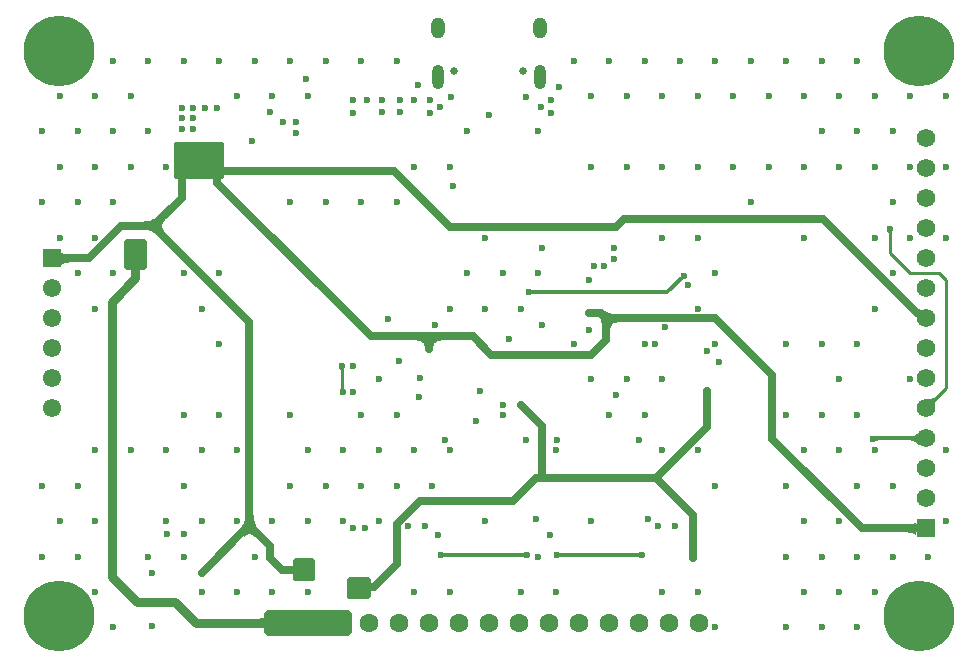
<source format=gbr>
%TF.GenerationSoftware,Altium Limited,Altium Designer,26.2.0 (7)*%
G04 Layer_Physical_Order=4*
G04 Layer_Color=16711680*
%FSLAX45Y45*%
%MOMM*%
%TF.SameCoordinates,98F60570-CFD4-4618-BAC5-DA2D18F82F03*%
%TF.FilePolarity,Positive*%
%TF.FileFunction,Copper,L4,Bot,Signal*%
%TF.Part,Single*%
G01*
G75*
%TA.AperFunction,Conductor*%
%ADD27C,0.34900*%
%ADD32C,0.70000*%
%ADD33C,0.80000*%
%ADD37C,0.25000*%
%TA.AperFunction,ComponentPad*%
%ADD38C,1.57000*%
%ADD39R,1.57000X1.57000*%
%ADD40C,1.55000*%
%ADD41R,1.55000X1.55000*%
%ADD42C,1.60000*%
G04:AMPARAMS|DCode=43|XSize=1.6mm|YSize=1.6mm|CornerRadius=0.4mm|HoleSize=0mm|Usage=FLASHONLY|Rotation=0.000|XOffset=0mm|YOffset=0mm|HoleType=Round|Shape=RoundedRectangle|*
%AMROUNDEDRECTD43*
21,1,1.60000,0.80000,0,0,0.0*
21,1,0.80000,1.60000,0,0,0.0*
1,1,0.80000,0.40000,-0.40000*
1,1,0.80000,-0.40000,-0.40000*
1,1,0.80000,-0.40000,0.40000*
1,1,0.80000,0.40000,0.40000*
%
%ADD43ROUNDEDRECTD43*%
%TA.AperFunction,TestPad*%
%ADD44O,1.00000X2.10000*%
%ADD45O,1.20000X1.80000*%
%TA.AperFunction,ViaPad*%
%ADD46C,6.00000*%
%TA.AperFunction,TestPad*%
%ADD47C,0.65000*%
%TA.AperFunction,ViaPad*%
%ADD48C,0.60000*%
G36*
X1760000Y4360000D02*
X1760000Y4070000D01*
X1750000Y4060000D01*
X1350000D01*
X1340000Y4070000D01*
X1340000Y4360000D01*
X1350000Y4370000D01*
X1750000D01*
X1760000Y4360000D01*
D02*
G37*
G36*
X7419385Y3606838D02*
X7417940Y3604956D01*
X7416665Y3602930D01*
X7415560Y3600761D01*
X7414625Y3598448D01*
X7413860Y3595992D01*
X7413265Y3593391D01*
X7412840Y3590647D01*
X7412585Y3587760D01*
X7412500Y3584728D01*
X7387500D01*
X7387415Y3587760D01*
X7387160Y3590647D01*
X7386735Y3593391D01*
X7386140Y3595992D01*
X7385375Y3598448D01*
X7384440Y3600761D01*
X7383335Y3602930D01*
X7382060Y3604956D01*
X7380615Y3606838D01*
X7379000Y3608576D01*
X7421000D01*
X7419385Y3606838D01*
D02*
G37*
G36*
X1261495Y3711998D02*
X1252586Y3702098D01*
X1245656Y3692199D01*
X1240706Y3682299D01*
X1237736Y3672400D01*
X1236746Y3662500D01*
X1237736Y3652601D01*
X1240706Y3642701D01*
X1245656Y3632802D01*
X1252586Y3622902D01*
X1261495Y3613003D01*
X1197500Y3578002D01*
X1187396Y3587407D01*
X1176881Y3595822D01*
X1165956Y3603246D01*
X1154622Y3609681D01*
X1142877Y3615126D01*
X1130722Y3619581D01*
X1118157Y3623045D01*
X1105182Y3625520D01*
X1091797Y3627005D01*
X1078002Y3627500D01*
Y3697500D01*
X1091797Y3697995D01*
X1105182Y3699480D01*
X1118157Y3701955D01*
X1130722Y3705420D01*
X1142877Y3709875D01*
X1154622Y3715319D01*
X1165956Y3721754D01*
X1176881Y3729179D01*
X1187396Y3737593D01*
X1197500Y3746998D01*
X1261495Y3711998D01*
D02*
G37*
G36*
X377895Y3448350D02*
X379995Y3442400D01*
X383495Y3437150D01*
X388395Y3432600D01*
X394695Y3428750D01*
X402395Y3425600D01*
X411495Y3423150D01*
X421995Y3421400D01*
X433895Y3420350D01*
X447195Y3420000D01*
Y3350000D01*
X433895Y3349650D01*
X421995Y3348600D01*
X411495Y3346850D01*
X402395Y3344400D01*
X394695Y3341250D01*
X388395Y3337400D01*
X383495Y3332850D01*
X379995Y3327600D01*
X377895Y3321650D01*
X377195Y3315000D01*
Y3455000D01*
X377895Y3448350D01*
D02*
G37*
G36*
X1110001Y3529999D02*
X1109999Y3309999D01*
X1090000Y3290000D01*
X930000D01*
X910001Y3309999D01*
Y3530001D01*
X929999Y3549999D01*
X1090000Y3550000D01*
X1110001Y3529999D01*
D02*
G37*
G36*
X5649700Y3210002D02*
X5648632Y3209887D01*
X5647415Y3209525D01*
X5646051Y3208913D01*
X5644539Y3208054D01*
X5642878Y3206946D01*
X5641070Y3205589D01*
X5637009Y3202130D01*
X5632356Y3197678D01*
X5607678Y3222356D01*
X5610028Y3224757D01*
X5615589Y3231070D01*
X5616945Y3232879D01*
X5618054Y3234539D01*
X5618913Y3236051D01*
X5619524Y3237416D01*
X5619887Y3238632D01*
X5620001Y3239700D01*
X5649700Y3210002D01*
D02*
G37*
G36*
X4362260Y3120325D02*
X4363377Y3119722D01*
X4364774Y3119189D01*
X4366451Y3118728D01*
X4368409Y3118337D01*
X4370647Y3118018D01*
X4375964Y3117592D01*
X4382403Y3117450D01*
Y3082550D01*
X4379043Y3082514D01*
X4370647Y3081982D01*
X4368409Y3081662D01*
X4366451Y3081272D01*
X4364774Y3080810D01*
X4363377Y3080278D01*
X4362260Y3079674D01*
X4361424Y3079000D01*
Y3121000D01*
X4362260Y3120325D01*
D02*
G37*
G36*
X4982051Y2943147D02*
X4990059Y2937239D01*
X4998771Y2932027D01*
X5008188Y2927510D01*
X5018311Y2923687D01*
X5029138Y2920560D01*
X5040670Y2918128D01*
X5052908Y2916390D01*
X5065850Y2915348D01*
X5079498Y2915000D01*
X5100000Y2845000D01*
X5086700Y2844300D01*
X5074800Y2842200D01*
X5064300Y2838700D01*
X5055200Y2833800D01*
X5047500Y2827500D01*
X5041200Y2819800D01*
X5036300Y2810700D01*
X5032800Y2800200D01*
X5030700Y2788300D01*
X5030000Y2775000D01*
X4960000Y2795502D01*
X4959653Y2809150D01*
X4958610Y2822092D01*
X4956873Y2834330D01*
X4954440Y2845862D01*
X4951313Y2856690D01*
X4947490Y2866812D01*
X4942973Y2876229D01*
X4937761Y2884942D01*
X4931854Y2892949D01*
X4925252Y2900251D01*
X4974749Y2949749D01*
X4982051Y2943147D01*
D02*
G37*
G36*
X3600000Y2690000D02*
X3586700Y2689300D01*
X3574800Y2687200D01*
X3564300Y2683700D01*
X3555200Y2678800D01*
X3547500Y2672500D01*
X3541200Y2664800D01*
X3536300Y2655700D01*
X3532800Y2645200D01*
X3530700Y2633300D01*
X3530000Y2620000D01*
X3460000D01*
X3459300Y2633300D01*
X3457200Y2645200D01*
X3453700Y2655700D01*
X3448800Y2664800D01*
X3442500Y2672500D01*
X3434800Y2678800D01*
X3425700Y2683700D01*
X3415200Y2687200D01*
X3403300Y2689300D01*
X3390000Y2690000D01*
X3495000Y2760000D01*
X3600000Y2690000D01*
D02*
G37*
G36*
X2781885Y2449337D02*
X2780440Y2447456D01*
X2779165Y2445430D01*
X2778060Y2443261D01*
X2777125Y2440948D01*
X2776360Y2438491D01*
X2775765Y2435891D01*
X2775340Y2433147D01*
X2775085Y2430260D01*
X2775000Y2427228D01*
X2750000D01*
X2749915Y2430260D01*
X2749660Y2433147D01*
X2749235Y2435891D01*
X2748640Y2438491D01*
X2747875Y2440948D01*
X2746940Y2443261D01*
X2745835Y2445430D01*
X2744560Y2447456D01*
X2743115Y2449337D01*
X2741500Y2451076D01*
X2783500D01*
X2781885Y2449337D01*
D02*
G37*
G36*
X2775091Y2293243D02*
X2775366Y2290362D01*
X2775823Y2287642D01*
X2776463Y2285082D01*
X2777285Y2282684D01*
X2778291Y2280446D01*
X2779479Y2278368D01*
X2780850Y2276451D01*
X2782405Y2274695D01*
X2784141Y2273100D01*
X2742288Y2269600D01*
X2743753Y2271452D01*
X2745064Y2273435D01*
X2746221Y2275548D01*
X2747224Y2277790D01*
X2748072Y2280164D01*
X2748766Y2282667D01*
X2749306Y2285300D01*
X2749691Y2288063D01*
X2749923Y2290957D01*
X2750000Y2293981D01*
X2775000Y2296284D01*
X2775091Y2293243D01*
D02*
G37*
G36*
X7796943Y2194266D02*
X7793331Y2190053D01*
X7790112Y2185033D01*
X7787286Y2179205D01*
X7784852Y2172569D01*
X7782811Y2165125D01*
X7781162Y2156873D01*
X7779907Y2147813D01*
X7778574Y2127269D01*
X7778496Y2115785D01*
X7700785Y2193496D01*
X7712269Y2193574D01*
X7732813Y2194907D01*
X7741873Y2196162D01*
X7750125Y2197811D01*
X7757569Y2199852D01*
X7764205Y2202286D01*
X7770033Y2205112D01*
X7775053Y2208331D01*
X7779266Y2211943D01*
X7796943Y2194266D01*
D02*
G37*
G36*
X7274402Y1880707D02*
X7275514Y1880129D01*
X7276907Y1879618D01*
X7278582Y1879176D01*
X7280538Y1878801D01*
X7282775Y1878495D01*
X7288093Y1878086D01*
X7294537Y1877950D01*
X7295253Y1843050D01*
X7291896Y1843013D01*
X7283504Y1842460D01*
X7281266Y1842128D01*
X7279308Y1841722D01*
X7277629Y1841242D01*
X7276230Y1840688D01*
X7275111Y1840061D01*
X7274271Y1839360D01*
X7273571Y1881354D01*
X7274402Y1880707D01*
D02*
G37*
G36*
X7644291Y1805694D02*
X7636937Y1812792D01*
X7622612Y1824746D01*
X7615640Y1829602D01*
X7608796Y1833711D01*
X7602078Y1837073D01*
X7595488Y1839688D01*
X7589024Y1841556D01*
X7582689Y1842677D01*
X7576480Y1843050D01*
X7576252Y1877950D01*
X7582489Y1878327D01*
X7588837Y1879456D01*
X7595295Y1881338D01*
X7601863Y1883973D01*
X7608542Y1887361D01*
X7615331Y1891501D01*
X7622230Y1896395D01*
X7629240Y1902041D01*
X7636360Y1908440D01*
X7643591Y1915592D01*
X7644291Y1805694D01*
D02*
G37*
G36*
X7621805Y1029000D02*
X7621105Y1035650D01*
X7619005Y1041600D01*
X7615505Y1046850D01*
X7610605Y1051400D01*
X7604305Y1055250D01*
X7596605Y1058400D01*
X7587505Y1060850D01*
X7577005Y1062600D01*
X7565105Y1063650D01*
X7551805Y1064000D01*
Y1134000D01*
X7565105Y1134350D01*
X7577005Y1135400D01*
X7587505Y1137150D01*
X7596605Y1139600D01*
X7604305Y1142750D01*
X7610605Y1146600D01*
X7615505Y1151150D01*
X7619005Y1156400D01*
X7621105Y1162350D01*
X7621805Y1169000D01*
Y1029000D01*
D02*
G37*
G36*
X2010495Y1195703D02*
X2011980Y1182318D01*
X2014455Y1169343D01*
X2017920Y1156778D01*
X2022375Y1144623D01*
X2027819Y1132879D01*
X2034254Y1121544D01*
X2041679Y1110619D01*
X2050093Y1100105D01*
X2059498Y1090000D01*
X2024498Y1026005D01*
X2014598Y1034915D01*
X2004699Y1041845D01*
X1994799Y1046794D01*
X1984900Y1049764D01*
X1975000Y1050754D01*
X1965101Y1049764D01*
X1955201Y1046794D01*
X1945302Y1041845D01*
X1935402Y1034915D01*
X1925503Y1026005D01*
X1890502Y1090000D01*
X1899907Y1100105D01*
X1908322Y1110619D01*
X1915746Y1121544D01*
X1922181Y1132879D01*
X1927626Y1144623D01*
X1932080Y1156778D01*
X1935545Y1169343D01*
X1938020Y1182318D01*
X1939505Y1195703D01*
X1940000Y1209498D01*
X2010000D01*
X2010495Y1195703D01*
D02*
G37*
G36*
X5281076Y854000D02*
X5280240Y854674D01*
X5279123Y855278D01*
X5277726Y855811D01*
X5276049Y856272D01*
X5274091Y856662D01*
X5271853Y856982D01*
X5266536Y857408D01*
X5260097Y857550D01*
Y892450D01*
X5263457Y892486D01*
X5271853Y893018D01*
X5274091Y893338D01*
X5276049Y893728D01*
X5277726Y894189D01*
X5279123Y894722D01*
X5280240Y895326D01*
X5281076Y896000D01*
Y854000D01*
D02*
G37*
G36*
X4597260Y895326D02*
X4598377Y894722D01*
X4599774Y894189D01*
X4601451Y893728D01*
X4603409Y893338D01*
X4605647Y893018D01*
X4610964Y892592D01*
X4617403Y892450D01*
Y857550D01*
X4614043Y857514D01*
X4605647Y856982D01*
X4603409Y856662D01*
X4601451Y856272D01*
X4599774Y855811D01*
X4598377Y855278D01*
X4597260Y854674D01*
X4596424Y854000D01*
Y896000D01*
X4597260Y895326D01*
D02*
G37*
G36*
X4303576Y854000D02*
X4302740Y854674D01*
X4301623Y855278D01*
X4300226Y855811D01*
X4298549Y856272D01*
X4296591Y856662D01*
X4294353Y856982D01*
X4289036Y857408D01*
X4282597Y857550D01*
Y892450D01*
X4285957Y892486D01*
X4294353Y893018D01*
X4296591Y893338D01*
X4298549Y893728D01*
X4300226Y894189D01*
X4301623Y894722D01*
X4302740Y895326D01*
X4303576Y896000D01*
Y854000D01*
D02*
G37*
G36*
X3622260Y895326D02*
X3623377Y894722D01*
X3624774Y894189D01*
X3626451Y893728D01*
X3628409Y893338D01*
X3630647Y893018D01*
X3635964Y892592D01*
X3642403Y892450D01*
Y857550D01*
X3639043Y857514D01*
X3630647Y856982D01*
X3628409Y856662D01*
X3626451Y856272D01*
X3624774Y855811D01*
X3623377Y855278D01*
X3622260Y854674D01*
X3621424Y854000D01*
Y896000D01*
X3622260Y895326D01*
D02*
G37*
G36*
X2510000Y850000D02*
X2530001Y829998D01*
X2529998Y669997D01*
X2510000Y650000D01*
X2360000D01*
X2340000Y670000D01*
X2340000Y830000D01*
X2360000Y850000D01*
X2510000Y850000D01*
D02*
G37*
G36*
X2999999Y670000D02*
X3000000Y520000D01*
X2980000Y500000D01*
X2820000Y500000D01*
X2800000Y520000D01*
X2800000Y670000D01*
X2820000Y690000D01*
X2980000Y690000D01*
X2999999Y670000D01*
D02*
G37*
G36*
X2840000Y380000D02*
Y220000D01*
X2810000Y190000D01*
X2130000D01*
X2100000Y220000D01*
Y255882D01*
X2094982Y257015D01*
X2084363Y258673D01*
X2073407Y259668D01*
X2062113Y260000D01*
Y340000D01*
X2073407Y340332D01*
X2084363Y341326D01*
X2094982Y342985D01*
X2100000Y344118D01*
Y380000D01*
X2130000Y410000D01*
X2810000D01*
X2840000Y380000D01*
D02*
G37*
D27*
X5510000Y3100000D02*
X5650000Y3240000D01*
X4342994Y3100000D02*
X5510000D01*
X7699500Y1860500D02*
X7700000Y1861000D01*
X7253000Y1860500D02*
X7699500D01*
X7252500Y1860000D02*
X7253000Y1860500D01*
X3600000Y875000D02*
X4325000D01*
X4575000D02*
X5302500D01*
D32*
X1162500Y3662500D02*
X1975000Y2850000D01*
X1162500Y3662500D02*
X1400000Y3900000D01*
X891250Y3662500D02*
X1162500D01*
X613750Y3385000D02*
X891250Y3662500D01*
X300000Y3385000D02*
X613750D01*
X1575000Y725000D02*
X1975000Y1125000D01*
Y2650000D02*
Y2850000D01*
Y1125000D02*
Y2650000D01*
Y1125000D02*
X2081250Y1018750D01*
X2081250D01*
X2150000Y950001D01*
Y850000D02*
X2250000Y750000D01*
X2150000Y850000D02*
Y950001D01*
X2350000Y750000D02*
X2390000Y710000D01*
X2250000Y750000D02*
X2350000D01*
X2390000Y700000D02*
Y710000D01*
X1400000Y3900000D02*
Y4120000D01*
X4850000Y2925000D02*
X4950000D01*
X1704207Y4124207D02*
X3200793D01*
X7161000Y1099000D02*
X7700000D01*
X4950000Y2925000D02*
X4995000Y2880000D01*
Y2695000D02*
Y2880000D01*
X3495000Y2620000D02*
Y2725000D01*
X3425000Y3900000D02*
X3675000Y3650000D01*
X1700000Y4120000D02*
X1704207Y4124207D01*
X4870000Y2570000D02*
X4995000Y2695000D01*
X4020000Y2570000D02*
X4870000D01*
X4995000Y2880000D02*
X5919000D01*
X3125000Y2725000D02*
X3495000D01*
X3865000D02*
X4020000Y2570000D01*
X3495000Y2725000D02*
X3865000D01*
X3675000Y3650000D02*
X5075000D01*
X1700000Y4027125D02*
X3002125Y2725000D01*
X1700000Y4027125D02*
Y4120000D01*
X3200793Y4124207D02*
X3425000Y3900000D01*
X3002125Y2725000D02*
X3125000D01*
X5075000Y3650000D02*
X5145000Y3720000D01*
X5919000Y2880000D02*
X6400000Y2399000D01*
Y1860000D02*
Y2399000D01*
Y1860000D02*
X7161000Y1099000D01*
X7629500Y2920500D02*
X7632958D01*
X7676458Y2877000D02*
X7700000D01*
X6830000Y3720000D02*
X7629500Y2920500D01*
X5145000Y3720000D02*
X6830000D01*
X7632958Y2920500D02*
X7676458Y2877000D01*
X3223274Y1136411D02*
X3416696Y1329834D01*
X4204834D01*
X4275000Y2140000D02*
X4450000Y1965000D01*
X4400000Y1525000D02*
X4450000D01*
X4204834Y1329834D02*
X4400000Y1525000D01*
X5850000Y1960000D02*
Y2260000D01*
X5415000Y1525000D02*
X5730000Y1210000D01*
X3029852Y605000D02*
X3223274Y798422D01*
Y1136411D01*
X5415000Y1525000D02*
X5850000Y1960000D01*
X5730000Y850000D02*
Y1210000D01*
X2930000Y605000D02*
X3029852D01*
X4450000Y1525000D02*
Y1965000D01*
Y1525000D02*
X5350000D01*
X5415000D01*
D33*
X2476000Y300000D02*
X2730000D01*
X2222000D02*
X2476000D01*
X810000Y3020000D02*
X1010000Y3220000D01*
Y3361924D01*
X1018076Y3340000D02*
X1060000D01*
X1010000Y3331924D02*
X1018076Y3340000D01*
X1525000Y300000D02*
X2222000D01*
X1345000Y480000D02*
X1525000Y300000D01*
X1020000Y480000D02*
X1345000D01*
X810000Y690000D02*
Y3020000D01*
Y690000D02*
X1020000Y480000D01*
D37*
X2762500Y2252500D02*
X2765000Y2250000D01*
X2762500Y2252500D02*
Y2472500D01*
X7700000Y2115000D02*
X7870000Y2285000D01*
X7400000Y3430000D02*
X7570000Y3260000D01*
X7400000Y3430000D02*
Y3630000D01*
X7870000Y2285000D02*
Y3200000D01*
X7810000Y3260000D02*
X7870000Y3200000D01*
X7570000Y3260000D02*
X7810000D01*
D38*
X7700000Y4401000D02*
D03*
Y4147000D02*
D03*
Y3893000D02*
D03*
Y3639000D02*
D03*
Y3385000D02*
D03*
Y3131000D02*
D03*
Y2877000D02*
D03*
Y2623000D02*
D03*
Y2369000D02*
D03*
Y2115000D02*
D03*
Y1861000D02*
D03*
Y1607000D02*
D03*
Y1353000D02*
D03*
D39*
Y1099000D02*
D03*
D40*
X300000Y2369000D02*
D03*
Y2623000D02*
D03*
Y2877000D02*
D03*
Y3131000D02*
D03*
Y2115000D02*
D03*
D41*
Y3385000D02*
D03*
D42*
X5524000Y300000D02*
D03*
X5270000D02*
D03*
X4254000D02*
D03*
X3492000D02*
D03*
X2476000D02*
D03*
X2730000D02*
D03*
X3238000D02*
D03*
X4000000D02*
D03*
X4762000D02*
D03*
X5016000D02*
D03*
X4508000D02*
D03*
X3746000D02*
D03*
X2984000D02*
D03*
X5778000D02*
D03*
D43*
X2222000D02*
D03*
D44*
X3568000Y4919750D02*
D03*
X4432000D02*
D03*
D45*
Y5337750D02*
D03*
X3568000D02*
D03*
D46*
X7640000Y5140000D02*
D03*
Y360000D02*
D03*
X360000D02*
D03*
Y5140000D02*
D03*
D47*
X4289000Y4969750D02*
D03*
X3711000D02*
D03*
D48*
X7869996Y4759997D02*
D03*
Y4159997D02*
D03*
Y3559997D02*
D03*
Y1759998D02*
D03*
Y1159998D02*
D03*
X7719996Y859998D02*
D03*
X7569996Y4759997D02*
D03*
X7419996Y4459997D02*
D03*
X7569996Y4159997D02*
D03*
X7419996Y3859997D02*
D03*
X7569996Y3559997D02*
D03*
X7419996Y3259998D02*
D03*
X7569996Y2359998D02*
D03*
X7419996Y1459998D02*
D03*
Y859998D02*
D03*
X7119996Y5059997D02*
D03*
X7269996Y4759997D02*
D03*
X7119996Y4459997D02*
D03*
X7269996Y4159997D02*
D03*
Y3559997D02*
D03*
Y2959998D02*
D03*
X7119996Y2659998D02*
D03*
Y2059998D02*
D03*
X7269996Y1759998D02*
D03*
X7119996Y1459998D02*
D03*
Y859998D02*
D03*
X7269996Y559998D02*
D03*
X7119996Y259998D02*
D03*
X6819996Y5059997D02*
D03*
X6969996Y4759997D02*
D03*
X6819996Y4459997D02*
D03*
X6969996Y4159997D02*
D03*
X6819996Y2659998D02*
D03*
X6969996Y2359998D02*
D03*
X6819996Y2059998D02*
D03*
X6969996Y1759998D02*
D03*
Y1159998D02*
D03*
X6819996Y859998D02*
D03*
X6969996Y559998D02*
D03*
X6819996Y259998D02*
D03*
X6519996Y5059997D02*
D03*
X6669996Y4759997D02*
D03*
Y4159997D02*
D03*
Y3559997D02*
D03*
X6519996Y2659998D02*
D03*
Y2059998D02*
D03*
X6669996Y1759998D02*
D03*
X6519996Y1459998D02*
D03*
X6669996Y1159998D02*
D03*
X6519996Y859998D02*
D03*
X6669996Y559998D02*
D03*
X6519996Y259998D02*
D03*
X6219996Y5059997D02*
D03*
X6369996Y4759997D02*
D03*
Y4159997D02*
D03*
X6219996Y3859997D02*
D03*
X5919997Y5059997D02*
D03*
X6069996Y4759997D02*
D03*
Y4159997D02*
D03*
X5919997Y3259998D02*
D03*
Y2659998D02*
D03*
Y1459998D02*
D03*
Y259998D02*
D03*
X5619997Y5059997D02*
D03*
X5769997Y4759997D02*
D03*
Y4159997D02*
D03*
Y3559997D02*
D03*
Y2959998D02*
D03*
Y1759998D02*
D03*
Y559998D02*
D03*
X5319997Y5059997D02*
D03*
X5469997Y4759997D02*
D03*
Y4159997D02*
D03*
Y3559997D02*
D03*
X5319997Y2659998D02*
D03*
X5469997Y2359998D02*
D03*
X5319997Y2059998D02*
D03*
X5469997Y1759998D02*
D03*
Y559998D02*
D03*
X5019997Y5059997D02*
D03*
X5169997Y4759997D02*
D03*
Y4159997D02*
D03*
Y2359998D02*
D03*
X5019997Y2059998D02*
D03*
X4719997Y5059997D02*
D03*
X4869997Y4759997D02*
D03*
Y4159997D02*
D03*
X4719997Y2659998D02*
D03*
X4869997Y2359998D02*
D03*
Y1159998D02*
D03*
X4419997Y4459997D02*
D03*
Y3259998D02*
D03*
X4569997Y1759998D02*
D03*
X4419997Y859998D02*
D03*
X4569997Y559998D02*
D03*
X4119997Y3259998D02*
D03*
X4269997Y2959998D02*
D03*
X4119997Y2059998D02*
D03*
X4269997Y559998D02*
D03*
X3819997Y4459997D02*
D03*
X3969997Y3559997D02*
D03*
X3819997Y3259998D02*
D03*
X3969997Y2959998D02*
D03*
Y1159998D02*
D03*
X3669997Y4159997D02*
D03*
Y2959998D02*
D03*
Y1759998D02*
D03*
X3519997Y1459998D02*
D03*
X3669997Y559998D02*
D03*
X3219997Y5059997D02*
D03*
X3369997Y4159997D02*
D03*
X3219997Y3859997D02*
D03*
Y2059998D02*
D03*
X3369997Y1759998D02*
D03*
X3219997Y1459998D02*
D03*
X3369997Y559998D02*
D03*
X2919997Y5059997D02*
D03*
Y3859997D02*
D03*
X3069997Y2359998D02*
D03*
X2919997Y2059998D02*
D03*
X3069997Y1759998D02*
D03*
X2919997Y1459998D02*
D03*
X3069997Y1159998D02*
D03*
X2619998Y5059997D02*
D03*
Y3859997D02*
D03*
X2769998Y1759998D02*
D03*
X2619998Y1459998D02*
D03*
X2769998Y1159998D02*
D03*
X2319998Y5059997D02*
D03*
X2469998Y4759997D02*
D03*
X2319998Y3859997D02*
D03*
Y2059998D02*
D03*
X2469998Y1759998D02*
D03*
X2319998Y1459998D02*
D03*
X2469998Y1159998D02*
D03*
Y559998D02*
D03*
X2019998Y5059997D02*
D03*
X2169998Y4759997D02*
D03*
Y1159998D02*
D03*
X2019998Y859998D02*
D03*
X2169998Y559998D02*
D03*
X1719998Y5059997D02*
D03*
X1869998Y4759997D02*
D03*
X1719998Y3259998D02*
D03*
Y2659998D02*
D03*
Y2059998D02*
D03*
X1869998Y1759998D02*
D03*
Y1159998D02*
D03*
Y559998D02*
D03*
X1419998Y5059997D02*
D03*
Y3259998D02*
D03*
X1569998Y2959998D02*
D03*
X1419998Y2059998D02*
D03*
X1569998Y1759998D02*
D03*
X1419998Y1459998D02*
D03*
X1569998Y1159998D02*
D03*
X1419998Y859998D02*
D03*
X1569998Y559998D02*
D03*
X1119998Y5059997D02*
D03*
Y4459997D02*
D03*
X1269998Y4159997D02*
D03*
Y1759998D02*
D03*
Y1159998D02*
D03*
X1119998Y859998D02*
D03*
X819998Y5059997D02*
D03*
X969998Y4759997D02*
D03*
X819998Y4459997D02*
D03*
X969998Y4159997D02*
D03*
X819998Y3859997D02*
D03*
Y3259998D02*
D03*
X969998Y1759998D02*
D03*
X819998Y259998D02*
D03*
X669998Y4759997D02*
D03*
X519998Y4459997D02*
D03*
X669998Y4159997D02*
D03*
X519998Y3859997D02*
D03*
X669998Y3559997D02*
D03*
X519998Y3259998D02*
D03*
X669998Y2959998D02*
D03*
Y1759998D02*
D03*
X519998Y1459998D02*
D03*
X669998Y1159998D02*
D03*
X519998Y859998D02*
D03*
X669998Y559998D02*
D03*
X369998Y4759997D02*
D03*
X219998Y4459997D02*
D03*
X369998Y4159997D02*
D03*
X219998Y3859997D02*
D03*
X369998Y3559997D02*
D03*
X219998Y1459998D02*
D03*
X369998Y1159998D02*
D03*
X219998Y859998D02*
D03*
X2850000Y2470000D02*
D03*
Y2250000D02*
D03*
X5687500Y3162500D02*
D03*
X3125000Y2725000D02*
D03*
X5075000Y3650000D02*
D03*
X4850000Y2925000D02*
D03*
X3425000Y3900000D02*
D03*
X1975000Y2650000D02*
D03*
X1575000Y725000D02*
D03*
X2475000Y800000D02*
D03*
Y700000D02*
D03*
X3495000Y2620000D02*
D03*
X2390000Y800000D02*
D03*
Y700000D02*
D03*
X1600000Y4120000D02*
D03*
X1500000D02*
D03*
X1400000D02*
D03*
X1700000D02*
D03*
X1500000Y4210000D02*
D03*
X1400000D02*
D03*
Y4300000D02*
D03*
X1500000D02*
D03*
X4400000Y1525000D02*
D03*
X5350000D02*
D03*
X4275000Y2140000D02*
D03*
X5730000Y850000D02*
D03*
X5850000Y2260000D02*
D03*
X2850000Y630000D02*
D03*
X2950000D02*
D03*
X2850000Y550000D02*
D03*
X2950000D02*
D03*
X960000Y3500000D02*
D03*
X1060000D02*
D03*
Y3340000D02*
D03*
X960000D02*
D03*
Y3420000D02*
D03*
X1060000D02*
D03*
X2765000Y2250000D02*
D03*
X2762500Y2472500D02*
D03*
X3460000Y1120000D02*
D03*
X5950000Y2510000D02*
D03*
X5850000Y2600000D02*
D03*
X7802635Y4977365D02*
D03*
X7640000Y4910000D02*
D03*
X7477365Y4977365D02*
D03*
X7410000Y5140000D02*
D03*
X7477365Y5302635D02*
D03*
X7640000Y5370000D02*
D03*
X7802635Y5302635D02*
D03*
X7870000Y5140000D02*
D03*
X7802635Y197365D02*
D03*
X7640000Y130000D02*
D03*
X7477365Y197365D02*
D03*
X7410000Y360000D02*
D03*
X7477365Y522635D02*
D03*
X7640000Y590000D02*
D03*
X7802635Y522635D02*
D03*
X7870000Y360000D02*
D03*
X522635Y197365D02*
D03*
X360000Y130000D02*
D03*
X197365Y197365D02*
D03*
X130000Y360000D02*
D03*
X197365Y522635D02*
D03*
X360000Y590000D02*
D03*
X522635Y522635D02*
D03*
X590000Y360000D02*
D03*
X360000Y5370000D02*
D03*
X522635Y5302635D02*
D03*
X590000Y5140000D02*
D03*
X522635Y4977365D02*
D03*
X360000Y4910000D02*
D03*
X197365Y4977365D02*
D03*
X130000Y5140000D02*
D03*
X197365Y5302635D02*
D03*
X3550000Y2825000D02*
D03*
X2370000Y4540000D02*
D03*
X3370000Y4730000D02*
D03*
X3500000Y4620000D02*
D03*
X2850000D02*
D03*
X2970000Y4730000D02*
D03*
X2260000Y4540000D02*
D03*
X2370000Y4450000D02*
D03*
X1400000Y4480000D02*
D03*
X1500000D02*
D03*
X1400000Y4570000D02*
D03*
X1500000D02*
D03*
X1400000Y4660000D02*
D03*
X1500000D02*
D03*
X1600000D02*
D03*
X1700000D02*
D03*
X2000000Y4380000D02*
D03*
X4980000Y3320000D02*
D03*
X5060000Y3470000D02*
D03*
Y3380000D02*
D03*
X4890000Y3320000D02*
D03*
X4600000Y4840000D02*
D03*
X3400000Y4850000D02*
D03*
X3680000Y4750000D02*
D03*
X4320000D02*
D03*
X4125000Y2140000D02*
D03*
X2850000Y1100000D02*
D03*
X2950000D02*
D03*
X2450000Y4900000D02*
D03*
X4450000Y3475000D02*
D03*
Y2825000D02*
D03*
X4175000Y2700000D02*
D03*
X3100000Y4625000D02*
D03*
X3250000D02*
D03*
X2150000Y4622500D02*
D03*
X4850000Y2775000D02*
D03*
X3420000Y2370000D02*
D03*
X3410000Y2210000D02*
D03*
X3890000Y2010000D02*
D03*
X3630000Y1850000D02*
D03*
X4320000D02*
D03*
X5270000D02*
D03*
X4580000D02*
D03*
X4400000Y1180000D02*
D03*
X1425000Y1050000D02*
D03*
X1275000D02*
D03*
X1150000Y275000D02*
D03*
Y725000D02*
D03*
X4000000Y4600000D02*
D03*
X5580000Y1120000D02*
D03*
X5430000D02*
D03*
X3320000D02*
D03*
X5410000Y2660000D02*
D03*
X5080000Y2230000D02*
D03*
X5490000Y2800000D02*
D03*
X3925000Y2260000D02*
D03*
X5350000Y1180000D02*
D03*
X4520000Y1040000D02*
D03*
X3570000D02*
D03*
X3245000Y2520000D02*
D03*
X3700000Y4000000D02*
D03*
X3150000Y2875000D02*
D03*
X4850000Y3200000D02*
D03*
X3500000Y4730000D02*
D03*
X2850000D02*
D03*
X3100000D02*
D03*
X3250000D02*
D03*
X3590000Y4670000D02*
D03*
X4440000D02*
D03*
X4530000Y4730000D02*
D03*
Y4620000D02*
D03*
X4340000Y3100000D02*
D03*
X5650000Y3240000D02*
D03*
X7400000Y3630000D02*
D03*
X7252500Y1860000D02*
D03*
X4325000Y875000D02*
D03*
X3600000D02*
D03*
X4575000D02*
D03*
X5302500D02*
D03*
%TF.MD5,921ae369f535b8b30d2f114a8013c4d7*%
M02*

</source>
